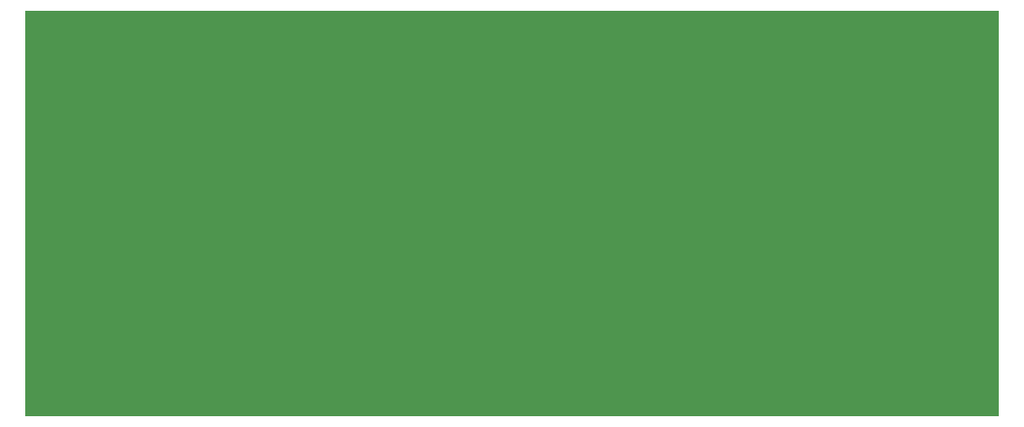
<source format=gbr>
G04 DipTrace 2.4.0.2*
%INBoard.gbr*%
%MOIN*%
%ADD11C,0.0055*%
%FSLAX44Y44*%
G04*
G70*
G90*
G75*
G01*
%LNBoardPoly*%
%LPD*%
G36*
X3940Y3940D2*
D11*
X39940D1*
Y18940D1*
X3940D1*
Y3940D1*
G37*
M02*

</source>
